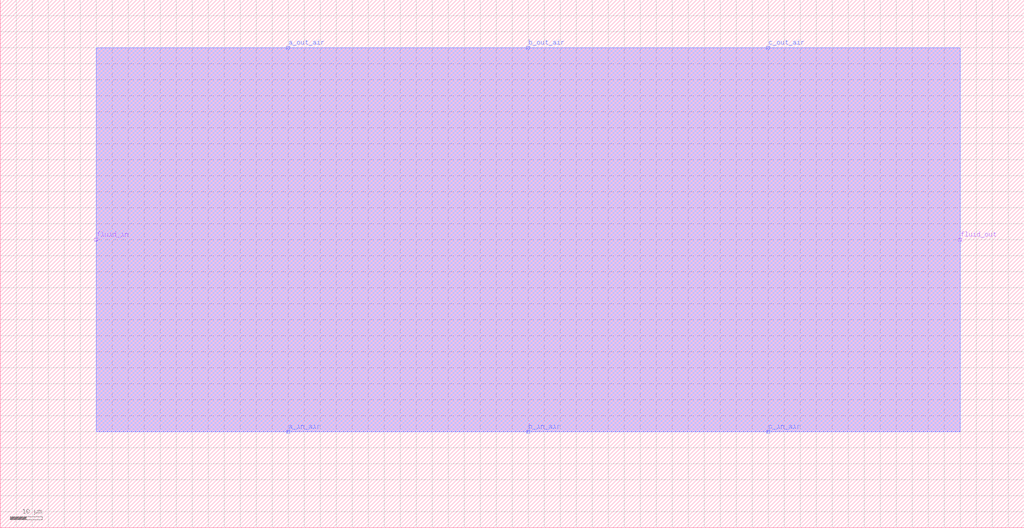
<source format=lef>

MACRO pump_20_40_20px_0
  CLASS CORE ;
  ORIGIN  0 0 ;
  FOREIGN pump_20_40_20px_0 0 0 ;
  SIZE 320 BY 165 ;
  SYMMETRY X Y ;
  SITE CoreSite ;
  PIN fluid_in
    DIRECTION INPUT ;
    USE SIGNAL ;
    PORT
      LAYER met1 ;
        RECT 29.5 89.5 30.5 90.5 ;
    END
  END fluid_in
  PIN fluid_out
    DIRECTION OUTPUT ;
    USE SIGNAL ;
    PORT
      LAYER met1 ;
        RECT 299.5 89.5 300.5 90.5 ;
    END
  END fluid_out
  PIN a_out_air
    DIRECTION OUTPUT ;
    USE SIGNAL ;
    PORT
      LAYER met3 ;
        RECT 89.5 149.5 90.5 150.5 ;
    END
  END a_out_air
  PIN b_out_air
    DIRECTION OUTPUT ;
    USE SIGNAL ;
    PORT
      LAYER met3 ;
        RECT 164.5 149.5 165.5 150.5 ;
    END
  END b_out_air
  PIN c_out_air
    DIRECTION OUTPUT ;
    USE SIGNAL ;
    PORT
      LAYER met3 ;
        RECT 239.5 149.5 240.5 150.5 ;
    END
  END c_out_air
  PIN a_in_air
    DIRECTION INPUT ;
    USE SIGNAL ;
    PORT
      LAYER met3 ;
        RECT 89.5 29.5 90.5 30.5 ;
    END
  END a_in_air
  PIN b_in_air
    DIRECTION INPUT ;
    USE SIGNAL ;
    PORT
      LAYER met3 ;
        RECT 164.5 29.5 165.5 30.5 ;
    END
  END b_in_air
  PIN c_in_air
    DIRECTION INPUT ;
    USE SIGNAL ;
    PORT
      LAYER met3 ;
        RECT 239.5 29.5 240.5 30.5 ;
    END
  END c_in_air
  OBS
    LAYER met1 ;
      RECT 30 30 300 150 ;
    LAYER met2 ;
      RECT 30 30 300 150 ;
    LAYER met3 ;
      RECT 30 30 300 150 ;
  END
  PROPERTY CatenaDesignType "deviceLevel" ;
END pump_20_40_20px_0

</source>
